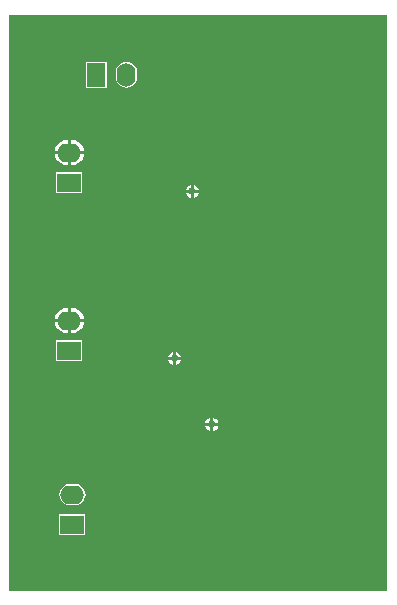
<source format=gbl>
G04*
G04 #@! TF.GenerationSoftware,Altium Limited,Altium Designer,21.2.2 (38)*
G04*
G04 Layer_Physical_Order=2*
G04 Layer_Color=16711680*
%FSLAX25Y25*%
%MOIN*%
G70*
G04*
G04 #@! TF.SameCoordinates,88FA53B8-33D6-4C0A-A806-AD2D67DBFD48*
G04*
G04*
G04 #@! TF.FilePolarity,Positive*
G04*
G01*
G75*
%ADD43R,0.06299X0.07874*%
%ADD44O,0.06299X0.07874*%
%ADD45O,0.07874X0.06299*%
%ADD46R,0.07874X0.06299*%
%ADD47C,0.02362*%
G36*
X160000Y40000D02*
X34000D01*
Y232000D01*
X160000D01*
Y40000D01*
D02*
G37*
%LPC*%
G36*
X66543Y216331D02*
X59457D01*
Y207669D01*
X66543D01*
Y216331D01*
D02*
G37*
G36*
X73000Y216361D02*
X72075Y216240D01*
X71213Y215882D01*
X70473Y215315D01*
X69905Y214574D01*
X69548Y213712D01*
X69426Y212787D01*
Y211213D01*
X69548Y210288D01*
X69905Y209426D01*
X70473Y208685D01*
X71213Y208118D01*
X72075Y207761D01*
X73000Y207639D01*
X73925Y207761D01*
X74787Y208118D01*
X75527Y208685D01*
X76095Y209426D01*
X76452Y210288D01*
X76574Y211213D01*
Y212787D01*
X76452Y213712D01*
X76095Y214574D01*
X75527Y215315D01*
X74787Y215882D01*
X73925Y216240D01*
X73000Y216361D01*
D02*
G37*
G36*
X54787Y190185D02*
X54500D01*
Y186500D01*
X58907D01*
X58830Y187083D01*
X58412Y188093D01*
X57747Y188960D01*
X56880Y189625D01*
X55871Y190043D01*
X54787Y190185D01*
D02*
G37*
G36*
X53500D02*
X53213D01*
X52129Y190043D01*
X51120Y189625D01*
X50253Y188960D01*
X49588Y188093D01*
X49170Y187083D01*
X49093Y186500D01*
X53500D01*
Y190185D01*
D02*
G37*
G36*
X58907Y185500D02*
X54500D01*
Y181815D01*
X54787D01*
X55871Y181957D01*
X56880Y182375D01*
X57747Y183040D01*
X58412Y183907D01*
X58830Y184917D01*
X58907Y185500D01*
D02*
G37*
G36*
X53500D02*
X49093D01*
X49170Y184917D01*
X49588Y183907D01*
X50253Y183040D01*
X51120Y182375D01*
X52129Y181957D01*
X53213Y181815D01*
X53500D01*
Y185500D01*
D02*
G37*
G36*
X95374Y175280D02*
Y173626D01*
X97028D01*
X96723Y174362D01*
X96109Y174975D01*
X95374Y175280D01*
D02*
G37*
G36*
X94374D02*
X93638Y174975D01*
X93025Y174362D01*
X92720Y173626D01*
X94374D01*
Y175280D01*
D02*
G37*
G36*
X58331Y179543D02*
X49669D01*
Y172457D01*
X58331D01*
Y179543D01*
D02*
G37*
G36*
X97028Y172626D02*
X95374D01*
Y170972D01*
X96109Y171277D01*
X96723Y171890D01*
X97028Y172626D01*
D02*
G37*
G36*
X94374D02*
X92720D01*
X93025Y171890D01*
X93638Y171277D01*
X94374Y170972D01*
Y172626D01*
D02*
G37*
G36*
X54787Y134185D02*
X54500D01*
Y130500D01*
X58907D01*
X58830Y131083D01*
X58412Y132093D01*
X57747Y132959D01*
X56880Y133625D01*
X55871Y134043D01*
X54787Y134185D01*
D02*
G37*
G36*
X53500D02*
X53213D01*
X52129Y134043D01*
X51120Y133625D01*
X50253Y132959D01*
X49588Y132093D01*
X49170Y131083D01*
X49093Y130500D01*
X53500D01*
Y134185D01*
D02*
G37*
G36*
X58907Y129500D02*
X54500D01*
Y125815D01*
X54787D01*
X55871Y125957D01*
X56880Y126375D01*
X57747Y127041D01*
X58412Y127907D01*
X58830Y128917D01*
X58907Y129500D01*
D02*
G37*
G36*
X53500D02*
X49093D01*
X49170Y128917D01*
X49588Y127907D01*
X50253Y127041D01*
X51120Y126375D01*
X52129Y125957D01*
X53213Y125815D01*
X53500D01*
Y129500D01*
D02*
G37*
G36*
X89563Y119591D02*
Y117937D01*
X91217D01*
X90912Y118673D01*
X90298Y119286D01*
X89563Y119591D01*
D02*
G37*
G36*
X88563D02*
X87827Y119286D01*
X87214Y118673D01*
X86909Y117937D01*
X88563D01*
Y119591D01*
D02*
G37*
G36*
X58331Y123543D02*
X49669D01*
Y116457D01*
X58331D01*
Y123543D01*
D02*
G37*
G36*
X91217Y116937D02*
X89563D01*
Y115283D01*
X90298Y115588D01*
X90912Y116201D01*
X91217Y116937D01*
D02*
G37*
G36*
X88563D02*
X86909D01*
X87214Y116201D01*
X87827Y115588D01*
X88563Y115283D01*
Y116937D01*
D02*
G37*
G36*
X102000Y97654D02*
Y96000D01*
X103654D01*
X103349Y96736D01*
X102735Y97349D01*
X102000Y97654D01*
D02*
G37*
G36*
X101000D02*
X100265Y97349D01*
X99651Y96736D01*
X99346Y96000D01*
X101000D01*
Y97654D01*
D02*
G37*
G36*
X103654Y95000D02*
X102000D01*
Y93346D01*
X102735Y93651D01*
X103349Y94265D01*
X103654Y95000D01*
D02*
G37*
G36*
X101000D02*
X99346D01*
X99651Y94265D01*
X100265Y93651D01*
X101000Y93346D01*
Y95000D01*
D02*
G37*
G36*
X55787Y75574D02*
X54213D01*
X53288Y75452D01*
X52426Y75095D01*
X51686Y74527D01*
X51117Y73787D01*
X50761Y72925D01*
X50639Y72000D01*
X50761Y71075D01*
X51117Y70213D01*
X51686Y69473D01*
X52426Y68905D01*
X53288Y68548D01*
X54213Y68426D01*
X55787D01*
X56712Y68548D01*
X57574Y68905D01*
X58315Y69473D01*
X58882Y70213D01*
X59240Y71075D01*
X59361Y72000D01*
X59240Y72925D01*
X58882Y73787D01*
X58315Y74527D01*
X57574Y75095D01*
X56712Y75452D01*
X55787Y75574D01*
D02*
G37*
G36*
X59331Y65543D02*
X50669D01*
Y58457D01*
X59331D01*
Y65543D01*
D02*
G37*
%LPD*%
D43*
X63000Y212000D02*
D03*
D44*
X73000D02*
D03*
D45*
X54000Y186000D02*
D03*
X55000Y72000D02*
D03*
X54000Y130000D02*
D03*
D46*
Y176000D02*
D03*
X55000Y62000D02*
D03*
X54000Y120000D02*
D03*
D47*
X101500Y95500D02*
D03*
X94874Y173126D02*
D03*
X89063Y117437D02*
D03*
M02*

</source>
